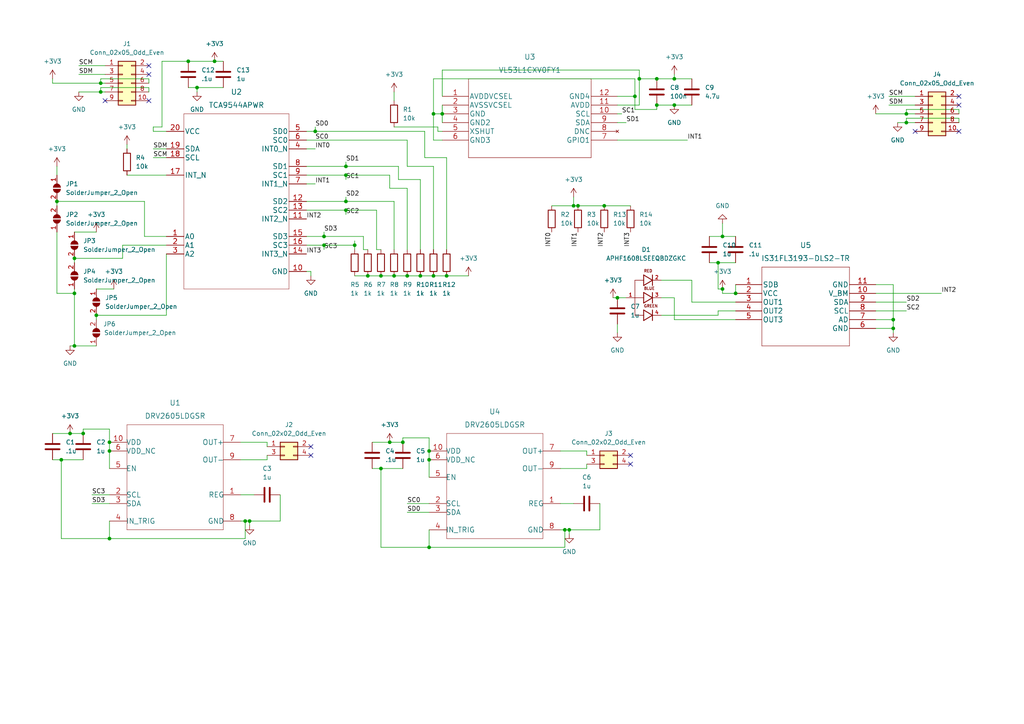
<source format=kicad_sch>
(kicad_sch (version 20211123) (generator eeschema)
  (paper "A4")
  (lib_symbols
    (symbol "Connector_Generic:Conn_02x02_Odd_Even" (pin_names (offset 1.016) hide)
      (property "Reference" "J" (at 1.27 2.54 0))
      (property "Value" "Conn_02x02_Odd_Even" (at 1.27 -5.08 0))
      (symbol "Conn_02x02_Odd_Even_1_1"
        (rectangle (start -1.27 -2.413) (end 0 -2.667) (stroke (width 0.1524)))
        (rectangle (start -1.27 0.127) (end 0 -0.127) (stroke (width 0.1524)))
        (rectangle (start -1.27 1.27) (end 3.81 -3.81) (stroke (width 0.254)) (fill (type background)))
        (rectangle (start 3.81 -2.413) (end 2.54 -2.667) (stroke (width 0.1524)))
        (rectangle (start 3.81 0.127) (end 2.54 -0.127) (stroke (width 0.1524)))
        (pin passive line (at -5.08 0 0) (length 3.81) (name "Pin_1") (number "1"))
        (pin passive line (at 7.62 0 180) (length 3.81) (name "Pin_2") (number "2"))
        (pin passive line (at -5.08 -2.54 0) (length 3.81) (name "Pin_3") (number "3"))
        (pin passive line (at 7.62 -2.54 180) (length 3.81) (name "Pin_4") (number "4"))
      )
    )
    (symbol "Connector_Generic:Conn_02x05_Odd_Even" (pin_names (offset 1.016) hide)
      (property "Reference" "J" (at 1.27 7.62 0))
      (property "Value" "Conn_02x05_Odd_Even" (at 1.27 -7.62 0))
      (symbol "Conn_02x05_Odd_Even_1_1"
        (rectangle (start -1.27 -4.953) (end 0 -5.207) (stroke (width 0.1524)))
        (rectangle (start -1.27 -2.413) (end 0 -2.667) (stroke (width 0.1524)))
        (rectangle (start -1.27 0.127) (end 0 -0.127) (stroke (width 0.1524)))
        (rectangle (start -1.27 2.667) (end 0 2.413) (stroke (width 0.1524)))
        (rectangle (start -1.27 5.207) (end 0 4.953) (stroke (width 0.1524)))
        (rectangle (start -1.27 6.35) (end 3.81 -6.35) (stroke (width 0.254)) (fill (type background)))
        (rectangle (start 3.81 -4.953) (end 2.54 -5.207) (stroke (width 0.1524)))
        (rectangle (start 3.81 -2.413) (end 2.54 -2.667) (stroke (width 0.1524)))
        (rectangle (start 3.81 0.127) (end 2.54 -0.127) (stroke (width 0.1524)))
        (rectangle (start 3.81 2.667) (end 2.54 2.413) (stroke (width 0.1524)))
        (rectangle (start 3.81 5.207) (end 2.54 4.953) (stroke (width 0.1524)))
        (pin passive line (at -5.08 5.08 0) (length 3.81) (name "Pin_1") (number "1"))
        (pin passive line (at 7.62 -5.08 180) (length 3.81) (name "Pin_10") (number "10"))
        (pin passive line (at 7.62 5.08 180) (length 3.81) (name "Pin_2") (number "2"))
        (pin passive line (at -5.08 2.54 0) (length 3.81) (name "Pin_3") (number "3"))
        (pin passive line (at 7.62 2.54 180) (length 3.81) (name "Pin_4") (number "4"))
        (pin passive line (at -5.08 0 0) (length 3.81) (name "Pin_5") (number "5"))
        (pin passive line (at 7.62 0 180) (length 3.81) (name "Pin_6") (number "6"))
        (pin passive line (at -5.08 -2.54 0) (length 3.81) (name "Pin_7") (number "7"))
        (pin passive line (at 7.62 -2.54 180) (length 3.81) (name "Pin_8") (number "8"))
        (pin passive line (at -5.08 -5.08 0) (length 3.81) (name "Pin_9") (number "9"))
      )
    )
    (symbol "Device:C" (pin_numbers hide) (pin_names (offset 0.254))
      (property "Reference" "C" (at 0.635 2.54 0))
      (property "Value" "C" (at 0.635 -2.54 0))
      (symbol "C_0_1"
        (polyline (pts (xy -2.032 -0.762) (xy 2.032 -0.762)) (stroke (width 0.508)))
        (polyline (pts (xy -2.032 0.762) (xy 2.032 0.762)) (stroke (width 0.508)))
      )
      (symbol "C_1_1"
        (pin passive line (at 0 3.81 270) (length 2.794) (name "~") (number "1"))
        (pin passive line (at 0 -3.81 90) (length 2.794) (name "~") (number "2"))
      )
    )
    (symbol "Device:R" (pin_numbers hide) (pin_names (offset 0))
      (property "Reference" "R" (at 2.032 0 90))
      (property "Value" "R" (at 0 0 90))
      (symbol "R_0_1"
        (rectangle (start -1.016 -2.54) (end 1.016 2.54) (stroke (width 0.254)))
      )
      (symbol "R_1_1"
        (pin passive line (at 0 3.81 270) (length 1.27) (name "~") (number "1"))
        (pin passive line (at 0 -3.81 90) (length 1.27) (name "~") (number "2"))
      )
    )
    (symbol "HapticDriver:DRV2605LDGSR" (pin_names (offset -0.254))
      (property "Reference" "U" (at 0 2.54 0))
      (property "Value" "DRV2605LDGSR" (at 0 0 0))
      (symbol "DRV2605LDGSR_1_1"
        (polyline (pts (xy -12.7 -15.24) (xy 15.24 -15.24)) (stroke (width 0.1016)))
        (polyline (pts (xy -12.7 15.24) (xy -12.7 -15.24)) (stroke (width 0.1016)))
        (polyline (pts (xy 15.24 -15.24) (xy 15.24 15.24)) (stroke (width 0.1016)))
        (polyline (pts (xy 15.24 15.24) (xy -12.7 15.24)) (stroke (width 0.1016)))
        (pin power_in line (at 20.32 -5.08 180) (length 5.08) (name "REG") (number "1"))
        (pin power_in line (at -17.78 10.16 0) (length 5.08) (name "VDD") (number "10"))
        (pin input line (at -17.78 -5.08 0) (length 5.08) (name "SCL") (number "2"))
        (pin bidirectional line (at -17.78 -7.62 0) (length 5.08) (name "SDA") (number "3"))
        (pin input line (at -17.78 -12.7 0) (length 5.08) (name "IN_TRIG") (number "4"))
        (pin input line (at -17.78 2.54 0) (length 5.08) (name "EN") (number "5"))
        (pin power_in line (at -17.78 7.62 0) (length 5.08) (name "VDD_NC") (number "6"))
        (pin output line (at 20.32 10.16 180) (length 5.08) (name "OUT+") (number "7"))
        (pin power_in line (at 20.32 -12.7 180) (length 5.08) (name "GND") (number "8"))
        (pin output line (at 20.32 5.08 180) (length 5.08) (name "OUT-") (number "9"))
      )
    )
    (symbol "I2CMultiplexor:TCA9544APWR" (pin_names (offset 0.254))
      (property "Reference" "U" (at 0 2.54 0))
      (property "Value" "TCA9544APWR" (at 0 0 0))
      (symbol "TCA9544APWR_1_1"
        (polyline (pts (xy -15.24 -25.4) (xy 15.24 -25.4)) (stroke (width 0.1016)))
        (polyline (pts (xy -15.24 25.4) (xy -15.24 -25.4)) (stroke (width 0.1016)))
        (polyline (pts (xy 15.24 -25.4) (xy 15.24 25.4)) (stroke (width 0.1016)))
        (polyline (pts (xy 15.24 25.4) (xy -15.24 25.4)) (stroke (width 0.1016)))
        (pin input line (at -20.32 -10.16 0) (length 5.08) (name "A0") (number "1"))
        (pin power_in line (at 20.32 -20.32 180) (length 5.08) (name "GND") (number "10"))
        (pin input line (at 20.32 -5.08 180) (length 5.08) (name "INT2_N") (number "11"))
        (pin bidirectional line (at 20.32 0 180) (length 5.08) (name "SD2") (number "12"))
        (pin output line (at 20.32 -2.54 180) (length 5.08) (name "SC2") (number "13"))
        (pin input line (at 20.32 -15.24 180) (length 5.08) (name "INT3_N") (number "14"))
        (pin bidirectional line (at 20.32 -10.16 180) (length 5.08) (name "SD3") (number "15"))
        (pin output line (at 20.32 -12.7 180) (length 5.08) (name "SC3") (number "16"))
        (pin output line (at -20.32 7.62 0) (length 5.08) (name "INT_N") (number "17"))
        (pin input line (at -20.32 12.7 0) (length 5.08) (name "SCL") (number "18"))
        (pin input line (at -20.32 15.24 0) (length 5.08) (name "SDA") (number "19"))
        (pin input line (at -20.32 -12.7 0) (length 5.08) (name "A1") (number "2"))
        (pin power_in line (at -20.32 20.32 0) (length 5.08) (name "VCC") (number "20"))
        (pin input line (at -20.32 -15.24 0) (length 5.08) (name "A2") (number "3"))
        (pin input line (at 20.32 15.24 180) (length 5.08) (name "INT0_N") (number "4"))
        (pin bidirectional line (at 20.32 20.32 180) (length 5.08) (name "SD0") (number "5"))
        (pin output line (at 20.32 17.78 180) (length 5.08) (name "SC0") (number "6"))
        (pin input line (at 20.32 5.08 180) (length 5.08) (name "INT1_N") (number "7"))
        (pin bidirectional line (at 20.32 10.16 180) (length 5.08) (name "SD1") (number "8"))
        (pin output line (at 20.32 7.62 180) (length 5.08) (name "SC1") (number "9"))
      )
    )
    (symbol "Jumper:SolderJumper_2_Open" (pin_names (offset 0) hide)
      (property "Reference" "JP" (at 0 2.032 0))
      (property "Value" "SolderJumper_2_Open" (at 0 -2.54 0))
      (symbol "SolderJumper_2_Open_0_1"
        (arc (start -0.254 1.016) (mid -1.27 0) (end -0.254 -1.016))
        (arc (start -0.254 1.016) (mid -1.27 0) (end -0.254 -1.016) (fill (type outline)))
        (polyline (pts (xy -0.254 1.016) (xy -0.254 -1.016)))
        (polyline (pts (xy 0.254 1.016) (xy 0.254 -1.016)))
        (arc (start 0.254 -1.016) (mid 1.27 0) (end 0.254 1.016))
        (arc (start 0.254 -1.016) (mid 1.27 0) (end 0.254 1.016) (fill (type outline)))
      )
      (symbol "SolderJumper_2_Open_1_1"
        (pin passive line (at -3.81 0 0) (length 2.54) (name "A") (number "1"))
        (pin passive line (at 3.81 0 180) (length 2.54) (name "B") (number "2"))
      )
    )
    (symbol "LED:APHF1608LSEEQBDZGKC" (pin_names (offset 1.016) hide)
      (property "Reference" "D" (at -2.54 8.89 0))
      (property "Value" "APHF1608LSEEQBDZGKC" (at -2.54 -7.62 0))
      (symbol "APHF1608LSEEQBDZGKC_0_0"
        (polyline (pts (xy -2.54 -5.08) (xy -2.54 0)) (stroke (width 0.1524)))
        (polyline (pts (xy -2.54 0) (xy -2.54 5.08)) (stroke (width 0.1524)))
        (polyline (pts (xy -2.54 0) (xy 0 0)) (stroke (width 0.1524)))
        (polyline (pts (xy -2.54 5.08) (xy 0 5.08)) (stroke (width 0.1524)))
        (polyline (pts (xy 0 -6.604) (xy 0 -5.08)) (stroke (width 0.254)))
        (polyline (pts (xy 0 -5.08) (xy -2.54 -5.08)) (stroke (width 0.1524)))
        (polyline (pts (xy 0 -5.08) (xy 0 -3.556)) (stroke (width 0.254)))
        (polyline (pts (xy 0 -3.556) (xy 2.54 -5.08)) (stroke (width 0.254)))
        (polyline (pts (xy 0 -1.524) (xy 0 0)) (stroke (width 0.254)))
        (polyline (pts (xy 0 0) (xy 0 1.524)) (stroke (width 0.254)))
        (polyline (pts (xy 0 1.524) (xy 2.54 0)) (stroke (width 0.254)))
        (polyline (pts (xy 0 3.556) (xy 0 5.08)) (stroke (width 0.254)))
        (polyline (pts (xy 0 5.08) (xy 0 6.604)) (stroke (width 0.254)))
        (polyline (pts (xy 0 6.604) (xy 2.54 5.08)) (stroke (width 0.254)))
        (polyline (pts (xy 2.54 -6.604) (xy 2.54 -3.556)) (stroke (width 0.254)))
        (polyline (pts (xy 2.54 -5.08) (xy 0 -6.604)) (stroke (width 0.254)))
        (polyline (pts (xy 2.54 -1.524) (xy 2.54 1.524)) (stroke (width 0.254)))
        (polyline (pts (xy 2.54 0) (xy 0 -1.524)) (stroke (width 0.254)))
        (polyline (pts (xy 2.54 3.556) (xy 2.54 6.604)) (stroke (width 0.254)))
        (polyline (pts (xy 2.54 5.08) (xy 0 3.556)) (stroke (width 0.254)))
        (text "BLUE" (at 0 2.2352 0) (effects (font (size 0.8128 0.8128)) (justify left bottom)))
        (text "GREEN" (at 0 -2.8702 0) (effects (font (size 0.8128 0.8128)) (justify left bottom)))
        (text "RED" (at 0 7.3152 0) (effects (font (size 0.8128 0.8128)) (justify left bottom)))
        (pin passive line (at -5.08 0 0) (length 2.54) (name "~") (number "1"))
        (pin passive line (at 5.08 5.08 180) (length 2.54) (name "~") (number "2"))
        (pin passive line (at 5.08 0 180) (length 2.54) (name "~") (number "3"))
        (pin passive line (at 5.08 -5.08 180) (length 2.54) (name "~") (number "4"))
      )
    )
    (symbol "LEDDriver:IS31FL3193-DLS2-TR" (pin_names (offset 0.254))
      (property "Reference" "U" (at 20.32 10.16 0))
      (property "Value" "IS31FL3193-DLS2-TR" (at 20.32 7.62 0))
      (symbol "IS31FL3193-DLS2-TR_1_1"
        (polyline (pts (xy 7.62 -17.78) (xy 33.02 -17.78)) (stroke (width 0.127)))
        (polyline (pts (xy 7.62 5.08) (xy 7.62 -17.78)) (stroke (width 0.127)))
        (polyline (pts (xy 33.02 -17.78) (xy 33.02 5.08)) (stroke (width 0.127)))
        (polyline (pts (xy 33.02 5.08) (xy 7.62 5.08)) (stroke (width 0.127)))
        (pin unspecified line (at 0 0 0) (length 7.62) (name "SDB") (number "1"))
        (pin output line (at 40.64 -2.54 180) (length 7.62) (name "V_BM") (number "10"))
        (pin power_in line (at 40.64 0 180) (length 7.62) (name "GND") (number "11"))
        (pin power_in line (at 0 -2.54 0) (length 7.62) (name "VCC") (number "2"))
        (pin output line (at 0 -5.08 0) (length 7.62) (name "OUT1") (number "3"))
        (pin output line (at 0 -7.62 0) (length 7.62) (name "OUT2") (number "4"))
        (pin output line (at 0 -10.16 0) (length 7.62) (name "OUT3") (number "5"))
        (pin power_in line (at 40.64 -12.7 180) (length 7.62) (name "GND") (number "6"))
        (pin unspecified line (at 40.64 -10.16 180) (length 7.62) (name "AD") (number "7"))
        (pin unspecified line (at 40.64 -7.62 180) (length 7.62) (name "SCL") (number "8"))
        (pin unspecified line (at 40.64 -5.08 180) (length 7.62) (name "SDA") (number "9"))
      )
    )
    (symbol "TOF:VL53L1CXV0FY1" (pin_names (offset 0.254))
      (property "Reference" "U" (at 25.4 10.16 0))
      (property "Value" "VL53L1CXV0FY/1" (at 25.4 7.62 0))
      (symbol "VL53L1CXV0FY1_1_1"
        (polyline (pts (xy 7.62 -17.78) (xy 43.18 -17.78)) (stroke (width 0.127)))
        (polyline (pts (xy 7.62 5.08) (xy 7.62 -17.78)) (stroke (width 0.127)))
        (polyline (pts (xy 43.18 -17.78) (xy 43.18 5.08)) (stroke (width 0.127)))
        (polyline (pts (xy 43.18 5.08) (xy 7.62 5.08)) (stroke (width 0.127)))
        (pin power_in line (at 0 0 0) (length 7.62) (name "AVDDVCSEL") (number "1"))
        (pin input line (at 50.8 -5.08 180) (length 7.62) (name "SCL") (number "10"))
        (pin power_in line (at 50.8 -2.54 180) (length 7.62) (name "AVDD") (number "11"))
        (pin power_in line (at 50.8 0 180) (length 7.62) (name "GND4") (number "12"))
        (pin power_in line (at 0 -2.54 0) (length 7.62) (name "AVSSVCSEL") (number "2"))
        (pin power_in line (at 0 -5.08 0) (length 7.62) (name "GND") (number "3"))
        (pin power_in line (at 0 -7.62 0) (length 7.62) (name "GND2") (number "4"))
        (pin input line (at 0 -10.16 0) (length 7.62) (name "XSHUT") (number "5"))
        (pin power_in line (at 0 -12.7 0) (length 7.62) (name "GND3") (number "6"))
        (pin bidirectional line (at 50.8 -12.7 180) (length 7.62) (name "GPIO1") (number "7"))
        (pin no_connect line (at 50.8 -10.16 180) (length 7.62) (name "DNC") (number "8"))
        (pin bidirectional line (at 50.8 -7.62 180) (length 7.62) (name "SDA") (number "9"))
      )
    )
    (symbol "power:+3.3V" (power) (pin_names (offset 0))
      (property "Value" "+3.3V" (at 0 3.556 0))
      (symbol "+3.3V_0_1"
        (polyline (pts (xy -0.762 1.27) (xy 0 2.54)))
        (polyline (pts (xy 0 0) (xy 0 2.54)))
        (polyline (pts (xy 0 2.54) (xy 0.762 1.27)))
      )
      (symbol "+3.3V_1_1"
        (pin power_in line (at 0 0 90) (length 0) hide (name "+3V3") (number "1"))
      )
    )
    (symbol "power:GND" (power) (pin_names (offset 0))
      (property "Value" "GND" (at 0 -3.81 0))
      (symbol "GND_0_1"
        (polyline (pts (xy 0 0) (xy 0 -1.27) (xy 1.27 -1.27) (xy 0 -2.54) (xy -1.27 -1.27) (xy 0 -1.27)))
      )
      (symbol "GND_1_1"
        (pin power_in line (at 0 0 270) (length 0) hide (name "GND") (number "1"))
      )
    )
  )
  (junction (at 20.32 125.73))
  (junction (at 118.11 80.01))
  (junction (at 165.1 153.67))
  (junction (at 54.61 17.78))
  (junction (at 125.73 80.01))
  (junction (at 175.26 59.69))
  (junction (at 110.49 135.89))
  (junction (at 27.94 91.44))
  (junction (at 57.15 25.4))
  (junction (at 262.89 33.02))
  (junction (at 166.37 59.69))
  (junction (at 185.42 22.86))
  (junction (at 31.75 128.27))
  (junction (at 125.73 33.02))
  (junction (at 116.84 128.27))
  (junction (at 167.64 59.69))
  (junction (at 93.98 71.12))
  (junction (at 31.75 156.21))
  (junction (at 190.5 22.86))
  (junction (at 259.08 95.25))
  (junction (at 114.3 80.01))
  (junction (at 29.21 26.67))
  (junction (at 208.28 76.2))
  (junction (at 121.92 80.01))
  (junction (at 195.58 22.86))
  (junction (at 124.46 133.35))
  (junction (at 93.98 68.58))
  (junction (at 100.33 50.8))
  (junction (at 124.46 130.81))
  (junction (at 102.87 71.12))
  (junction (at 72.39 151.13))
  (junction (at 163.83 153.67))
  (junction (at 24.13 125.73))
  (junction (at 262.89 35.56))
  (junction (at 71.12 151.13))
  (junction (at 213.36 85.09))
  (junction (at 100.33 58.42))
  (junction (at 128.27 33.02))
  (junction (at 100.33 60.96))
  (junction (at 184.15 27.94))
  (junction (at 259.08 92.71))
  (junction (at 100.33 48.26))
  (junction (at 209.55 68.58))
  (junction (at 190.5 30.48))
  (junction (at 110.49 80.01))
  (junction (at 179.07 86.36))
  (junction (at 16.51 58.42))
  (junction (at 209.55 83.82))
  (junction (at 62.23 17.78))
  (junction (at 31.75 130.81))
  (junction (at 91.44 38.1))
  (junction (at 106.68 80.01))
  (junction (at 129.54 80.01))
  (junction (at 113.03 128.27))
  (junction (at 29.21 24.13))
  (junction (at 21.59 85.09))
  (junction (at 17.78 133.35))
  (junction (at 124.46 158.75))
  (junction (at 21.59 100.33))
  (junction (at 195.58 30.48))
  (junction (at 21.59 74.93))
  (no_connect (at 90.17 129.54))
  (no_connect (at 90.17 132.08))
  (no_connect (at 182.88 132.08))
  (no_connect (at 182.88 134.62))
  (no_connect (at 43.18 19.05))
  (no_connect (at 30.48 29.21))
  (no_connect (at 43.18 21.59))
  (no_connect (at 43.18 29.21))
  (no_connect (at 265.43 38.1))
  (no_connect (at 278.13 27.94))
  (no_connect (at 278.13 30.48))
  (no_connect (at 278.13 38.1))
  (wire (pts (xy 31.75 130.81) (xy 31.75 135.89)))
  (wire (pts (xy 200.66 81.28) (xy 200.66 87.63)))
  (wire (pts (xy 15.24 24.13) (xy 15.24 22.86)))
  (wire (pts (xy 41.91 58.42) (xy 16.51 58.42)))
  (wire (pts (xy 125.73 40.64) (xy 125.73 33.02)))
  (wire (pts (xy 116.84 127) (xy 116.84 128.27)))
  (wire (pts (xy 208.28 76.2) (xy 213.36 76.2)))
  (wire (pts (xy 113.03 50.8) (xy 113.03 54.61)))
  (wire (pts (xy 30.48 24.13) (xy 29.21 24.13)))
  (wire (pts (xy 195.58 86.36) (xy 195.58 92.71)))
  (wire (pts (xy 166.37 57.15) (xy 166.37 59.69)))
  (wire (pts (xy 184.15 31.75) (xy 190.5 31.75)))
  (wire (pts (xy 121.92 52.07) (xy 121.92 72.39)))
  (wire (pts (xy 102.87 71.12) (xy 102.87 69.85)))
  (wire (pts (xy 106.68 80.01) (xy 110.49 80.01)))
  (wire (pts (xy 129.54 45.72) (xy 129.54 72.39)))
  (wire (pts (xy 93.98 71.12) (xy 93.98 72.39)))
  (wire (pts (xy 16.51 48.26) (xy 16.51 50.8)))
  (wire (pts (xy 27.94 91.44) (xy 27.94 92.71)))
  (wire (pts (xy 105.41 72.39) (xy 106.68 72.39)))
  (wire (pts (xy 100.33 60.96) (xy 100.33 62.23)))
  (wire (pts (xy 88.9 50.8) (xy 100.33 50.8)))
  (wire (pts (xy 262.89 34.29) (xy 262.89 35.56)))
  (wire (pts (xy 115.57 52.07) (xy 121.92 52.07)))
  (wire (pts (xy 118.11 40.64) (xy 118.11 48.26)))
  (wire (pts (xy 124.46 133.35) (xy 124.46 138.43)))
  (wire (pts (xy 127 38.1) (xy 128.27 38.1)))
  (wire (pts (xy 177.8 86.36) (xy 179.07 86.36)))
  (wire (pts (xy 20.32 125.73) (xy 24.13 125.73)))
  (wire (pts (xy 262.89 35.56) (xy 260.35 35.56)))
  (wire (pts (xy 259.08 92.71) (xy 259.08 95.25)))
  (wire (pts (xy 21.59 74.93) (xy 35.56 74.93)))
  (wire (pts (xy 22.86 26.67) (xy 29.21 26.67)))
  (wire (pts (xy 209.55 64.77) (xy 209.55 68.58)))
  (wire (pts (xy 118.11 146.05) (xy 124.46 146.05)))
  (wire (pts (xy 125.73 80.01) (xy 129.54 80.01)))
  (wire (pts (xy 278.13 31.75) (xy 262.89 31.75)))
  (wire (pts (xy 262.89 31.75) (xy 262.89 33.02)))
  (wire (pts (xy 20.32 100.33) (xy 21.59 100.33)))
  (wire (pts (xy 165.1 153.67) (xy 165.1 154.94)))
  (wire (pts (xy 43.18 24.13) (xy 43.18 22.86)))
  (wire (pts (xy 179.07 86.36) (xy 181.61 86.36)))
  (wire (pts (xy 21.59 67.31) (xy 27.94 67.31)))
  (wire (pts (xy 29.21 22.86) (xy 29.21 24.13)))
  (wire (pts (xy 128.27 20.32) (xy 185.42 20.32)))
  (wire (pts (xy 209.55 85.09) (xy 209.55 83.82)))
  (wire (pts (xy 16.51 67.31) (xy 16.51 85.09)))
  (wire (pts (xy 195.58 21.59) (xy 195.58 22.86)))
  (wire (pts (xy 118.11 54.61) (xy 118.11 72.39)))
  (wire (pts (xy 254 82.55) (xy 259.08 82.55)))
  (wire (pts (xy 102.87 71.12) (xy 102.87 72.39)))
  (wire (pts (xy 29.21 26.67) (xy 30.48 26.67)))
  (wire (pts (xy 48.26 38.1) (xy 44.45 38.1)))
  (wire (pts (xy 128.27 33.02) (xy 128.27 35.56)))
  (wire (pts (xy 185.42 20.32) (xy 185.42 22.86)))
  (wire (pts (xy 88.9 38.1) (xy 91.44 38.1)))
  (wire (pts (xy 163.83 153.67) (xy 165.1 153.67)))
  (wire (pts (xy 115.57 48.26) (xy 115.57 52.07)))
  (wire (pts (xy 100.33 57.15) (xy 100.33 58.42)))
  (wire (pts (xy 162.56 146.05) (xy 166.37 146.05)))
  (wire (pts (xy 118.11 48.26) (xy 125.73 48.26)))
  (wire (pts (xy 254 87.63) (xy 262.89 87.63)))
  (wire (pts (xy 110.49 135.89) (xy 116.84 135.89)))
  (wire (pts (xy 124.46 130.81) (xy 124.46 133.35)))
  (wire (pts (xy 125.73 48.26) (xy 125.73 72.39)))
  (wire (pts (xy 163.83 158.75) (xy 163.83 153.67)))
  (wire (pts (xy 91.44 38.1) (xy 91.44 36.83)))
  (wire (pts (xy 124.46 153.67) (xy 124.46 158.75)))
  (wire (pts (xy 205.74 68.58) (xy 209.55 68.58)))
  (wire (pts (xy 205.74 76.2) (xy 208.28 76.2)))
  (wire (pts (xy 114.3 58.42) (xy 114.3 72.39)))
  (wire (pts (xy 100.33 50.8) (xy 113.03 50.8)))
  (wire (pts (xy 125.73 33.02) (xy 128.27 33.02)))
  (wire (pts (xy 29.21 25.4) (xy 29.21 26.67)))
  (wire (pts (xy 44.45 36.83) (xy 46.99 36.83)))
  (wire (pts (xy 118.11 80.01) (xy 121.92 80.01)))
  (wire (pts (xy 209.55 68.58) (xy 213.36 68.58)))
  (wire (pts (xy 173.99 146.05) (xy 173.99 153.67)))
  (wire (pts (xy 166.37 59.69) (xy 167.64 59.69)))
  (wire (pts (xy 93.98 67.31) (xy 93.98 68.58)))
  (wire (pts (xy 29.21 24.13) (xy 15.24 24.13)))
  (wire (pts (xy 88.9 71.12) (xy 93.98 71.12)))
  (wire (pts (xy 118.11 148.59) (xy 124.46 148.59)))
  (wire (pts (xy 162.56 130.81) (xy 170.18 130.81)))
  (wire (pts (xy 81.28 143.51) (xy 81.28 151.13)))
  (wire (pts (xy 44.45 38.1) (xy 44.45 36.83)))
  (wire (pts (xy 254 95.25) (xy 259.08 95.25)))
  (wire (pts (xy 21.59 83.82) (xy 21.59 85.09)))
  (wire (pts (xy 54.61 25.4) (xy 57.15 25.4)))
  (wire (pts (xy 109.22 72.39) (xy 109.22 60.96)))
  (wire (pts (xy 185.42 30.48) (xy 185.42 22.86)))
  (wire (pts (xy 31.75 128.27) (xy 31.75 130.81)))
  (wire (pts (xy 114.3 26.67) (xy 114.3 29.21)))
  (wire (pts (xy 15.24 125.73) (xy 20.32 125.73)))
  (wire (pts (xy 191.77 91.44) (xy 208.28 91.44)))
  (wire (pts (xy 16.51 85.09) (xy 21.59 85.09)))
  (wire (pts (xy 254 92.71) (xy 259.08 92.71)))
  (wire (pts (xy 57.15 25.4) (xy 64.77 25.4)))
  (wire (pts (xy 262.89 33.02) (xy 265.43 33.02)))
  (wire (pts (xy 31.75 156.21) (xy 71.12 156.21)))
  (wire (pts (xy 124.46 127) (xy 116.84 127)))
  (wire (pts (xy 35.56 71.12) (xy 35.56 74.93)))
  (wire (pts (xy 179.07 35.56) (xy 181.61 35.56)))
  (wire (pts (xy 22.86 21.59) (xy 30.48 21.59)))
  (wire (pts (xy 100.33 50.8) (xy 100.33 52.07)))
  (wire (pts (xy 208.28 91.44) (xy 208.28 90.17)))
  (wire (pts (xy 88.9 60.96) (xy 100.33 60.96)))
  (wire (pts (xy 15.24 133.35) (xy 17.78 133.35)))
  (wire (pts (xy 191.77 81.28) (xy 200.66 81.28)))
  (wire (pts (xy 259.08 82.55) (xy 259.08 92.71)))
  (wire (pts (xy 110.49 135.89) (xy 110.49 158.75)))
  (wire (pts (xy 22.86 19.05) (xy 30.48 19.05)))
  (wire (pts (xy 175.26 59.69) (xy 182.88 59.69)))
  (wire (pts (xy 77.47 133.35) (xy 77.47 132.08)))
  (wire (pts (xy 69.85 151.13) (xy 71.12 151.13)))
  (wire (pts (xy 254 90.17) (xy 262.89 90.17)))
  (wire (pts (xy 184.15 22.86) (xy 125.73 22.86)))
  (wire (pts (xy 36.83 50.8) (xy 48.26 50.8)))
  (wire (pts (xy 90.17 78.74) (xy 90.17 80.01)))
  (wire (pts (xy 167.64 59.69) (xy 175.26 59.69)))
  (wire (pts (xy 26.67 143.51) (xy 31.75 143.51)))
  (wire (pts (xy 123.19 45.72) (xy 129.54 45.72)))
  (wire (pts (xy 93.98 68.58) (xy 105.41 68.58)))
  (wire (pts (xy 24.13 124.46) (xy 24.13 125.73)))
  (wire (pts (xy 41.91 68.58) (xy 41.91 58.42)))
  (wire (pts (xy 278.13 35.56) (xy 278.13 34.29)))
  (wire (pts (xy 278.13 33.02) (xy 278.13 31.75)))
  (wire (pts (xy 26.67 146.05) (xy 31.75 146.05)))
  (wire (pts (xy 27.94 91.44) (xy 48.26 91.44)))
  (wire (pts (xy 128.27 27.94) (xy 128.27 20.32)))
  (wire (pts (xy 77.47 128.27) (xy 77.47 129.54)))
  (wire (pts (xy 88.9 43.18) (xy 91.44 43.18)))
  (wire (pts (xy 43.18 22.86) (xy 29.21 22.86)))
  (wire (pts (xy 179.07 27.94) (xy 184.15 27.94)))
  (wire (pts (xy 179.07 33.02) (xy 180.34 33.02)))
  (wire (pts (xy 162.56 135.89) (xy 170.18 135.89)))
  (wire (pts (xy 190.5 30.48) (xy 195.58 30.48)))
  (wire (pts (xy 93.98 71.12) (xy 102.87 71.12)))
  (wire (pts (xy 88.9 40.64) (xy 118.11 40.64)))
  (wire (pts (xy 121.92 80.01) (xy 125.73 80.01)))
  (wire (pts (xy 62.23 17.78) (xy 64.77 17.78)))
  (wire (pts (xy 91.44 38.1) (xy 123.19 38.1)))
  (wire (pts (xy 179.07 40.64) (xy 199.39 40.64)))
  (wire (pts (xy 16.51 58.42) (xy 16.51 59.69)))
  (wire (pts (xy 72.39 151.13) (xy 72.39 152.4)))
  (wire (pts (xy 46.99 36.83) (xy 46.99 17.78)))
  (wire (pts (xy 54.61 17.78) (xy 62.23 17.78)))
  (wire (pts (xy 109.22 72.39) (xy 110.49 72.39)))
  (wire (pts (xy 265.43 35.56) (xy 262.89 35.56)))
  (wire (pts (xy 124.46 158.75) (xy 163.83 158.75)))
  (wire (pts (xy 44.45 43.18) (xy 48.26 43.18)))
  (wire (pts (xy 128.27 40.64) (xy 125.73 40.64)))
  (wire (pts (xy 21.59 74.93) (xy 21.59 76.2)))
  (wire (pts (xy 88.9 68.58) (xy 93.98 68.58)))
  (wire (pts (xy 110.49 158.75) (xy 124.46 158.75)))
  (wire (pts (xy 100.33 48.26) (xy 115.57 48.26)))
  (wire (pts (xy 254 85.09) (xy 273.05 85.09)))
  (wire (pts (xy 31.75 128.27) (xy 31.75 124.46)))
  (wire (pts (xy 213.36 82.55) (xy 213.36 85.09)))
  (wire (pts (xy 259.08 95.25) (xy 259.08 96.52)))
  (wire (pts (xy 44.45 45.72) (xy 48.26 45.72)))
  (wire (pts (xy 48.26 73.66) (xy 48.26 91.44)))
  (wire (pts (xy 257.81 30.48) (xy 265.43 30.48)))
  (wire (pts (xy 31.75 124.46) (xy 24.13 124.46)))
  (wire (pts (xy 114.3 36.83) (xy 127 36.83)))
  (wire (pts (xy 88.9 58.42) (xy 100.33 58.42)))
  (wire (pts (xy 179.07 30.48) (xy 185.42 30.48)))
  (wire (pts (xy 71.12 151.13) (xy 72.39 151.13)))
  (wire (pts (xy 127 36.83) (xy 127 38.1)))
  (wire (pts (xy 69.85 133.35) (xy 77.47 133.35)))
  (wire (pts (xy 113.03 128.27) (xy 116.84 128.27)))
  (wire (pts (xy 57.15 25.4) (xy 57.15 26.67)))
  (wire (pts (xy 170.18 135.89) (xy 170.18 134.62)))
  (wire (pts (xy 114.3 80.01) (xy 118.11 80.01)))
  (wire (pts (xy 124.46 130.81) (xy 124.46 127)))
  (wire (pts (xy 190.5 31.75) (xy 190.5 30.48)))
  (wire (pts (xy 208.28 90.17) (xy 213.36 90.17)))
  (wire (pts (xy 185.42 22.86) (xy 190.5 22.86)))
  (wire (pts (xy 129.54 80.01) (xy 135.89 80.01)))
  (wire (pts (xy 195.58 92.71) (xy 213.36 92.71)))
  (wire (pts (xy 31.75 151.13) (xy 31.75 156.21)))
  (wire (pts (xy 69.85 128.27) (xy 77.47 128.27)))
  (wire (pts (xy 184.15 27.94) (xy 184.15 31.75)))
  (wire (pts (xy 195.58 30.48) (xy 200.66 30.48)))
  (wire (pts (xy 173.99 153.67) (xy 165.1 153.67)))
  (wire (pts (xy 128.27 30.48) (xy 128.27 33.02)))
  (wire (pts (xy 208.28 76.2) (xy 208.28 83.82)))
  (wire (pts (xy 46.99 17.78) (xy 54.61 17.78)))
  (wire (pts (xy 100.33 60.96) (xy 109.22 60.96)))
  (wire (pts (xy 88.9 53.34) (xy 91.44 53.34)))
  (wire (pts (xy 123.19 38.1) (xy 123.19 45.72)))
  (wire (pts (xy 43.18 26.67) (xy 43.18 25.4)))
  (wire (pts (xy 213.36 85.09) (xy 209.55 85.09)))
  (wire (pts (xy 69.85 143.51) (xy 73.66 143.51)))
  (wire (pts (xy 179.07 93.98) (xy 179.07 96.52)))
  (wire (pts (xy 107.95 135.89) (xy 110.49 135.89)))
  (wire (pts (xy 27.94 83.82) (xy 33.02 83.82)))
  (wire (pts (xy 21.59 100.33) (xy 27.94 100.33)))
  (wire (pts (xy 100.33 46.99) (xy 100.33 48.26)))
  (wire (pts (xy 107.95 128.27) (xy 113.03 128.27)))
  (wire (pts (xy 88.9 78.74) (xy 90.17 78.74)))
  (wire (pts (xy 254 33.02) (xy 262.89 33.02)))
  (wire (pts (xy 36.83 41.91) (xy 36.83 43.18)))
  (wire (pts (xy 48.26 68.58) (xy 41.91 68.58)))
  (wire (pts (xy 21.59 85.09) (xy 21.59 100.33)))
  (wire (pts (xy 160.02 59.69) (xy 166.37 59.69)))
  (wire (pts (xy 100.33 58.42) (xy 114.3 58.42)))
  (wire (pts (xy 125.73 22.86) (xy 125.73 33.02)))
  (wire (pts (xy 88.9 48.26) (xy 100.33 48.26)))
  (wire (pts (xy 81.28 151.13) (xy 72.39 151.13)))
  (wire (pts (xy 17.78 133.35) (xy 17.78 156.21)))
  (wire (pts (xy 105.41 68.58) (xy 105.41 72.39)))
  (wire (pts (xy 195.58 22.86) (xy 200.66 22.86)))
  (wire (pts (xy 200.66 87.63) (xy 213.36 87.63)))
  (wire (pts (xy 190.5 22.86) (xy 195.58 22.86)))
  (wire (pts (xy 71.12 156.21) (xy 71.12 151.13)))
  (wire (pts (xy 17.78 133.35) (xy 24.13 133.35)))
  (wire (pts (xy 209.55 83.82) (xy 208.28 83.82)))
  (wire (pts (xy 184.15 27.94) (xy 184.15 22.86)))
  (wire (pts (xy 102.87 80.01) (xy 106.68 80.01)))
  (wire (pts (xy 162.56 153.67) (xy 163.83 153.67)))
  (wire (pts (xy 17.78 156.21) (xy 31.75 156.21)))
  (wire (pts (xy 278.13 34.29) (xy 262.89 34.29)))
  (wire (pts (xy 170.18 130.81) (xy 170.18 132.08)))
  (wire (pts (xy 191.77 86.36) (xy 195.58 86.36)))
  (wire (pts (xy 257.81 27.94) (xy 265.43 27.94)))
  (wire (pts (xy 43.18 25.4) (xy 29.21 25.4)))
  (wire (pts (xy 113.03 54.61) (xy 118.11 54.61)))
  (wire (pts (xy 48.26 71.12) (xy 35.56 71.12)))
  (wire (pts (xy 110.49 80.01) (xy 114.3 80.01)))
  (label "SD0" (at 118.11 148.59 0))
  (label "SD3" (at 26.67 146.05 0))
  (label "SDM" (at 22.86 21.59 0))
  (label "SD1" (at 181.61 35.56 0))
  (label "INT1" (at 167.64 67.31 270))
  (label "INT2" (at 175.26 67.31 270))
  (label "SDM" (at 257.81 30.48 0))
  (label "INT3" (at 88.9 73.66 0))
  (label "INT0" (at 91.44 43.18 0))
  (label "INT2" (at 273.05 85.09 0))
  (label "SC1" (at 180.34 33.02 0))
  (label "INT1" (at 199.39 40.64 0))
  (label "SC3" (at 93.98 72.39 0))
  (label "SD3" (at 93.98 67.31 0))
  (label "SCM" (at 44.45 45.72 0))
  (label "SC0" (at 91.44 40.64 0))
  (label "SC3" (at 26.67 143.51 0))
  (label "SC2" (at 100.33 62.23 0))
  (label "SD0" (at 91.44 36.83 0))
  (label "SCM" (at 257.81 27.94 0))
  (label "SC0" (at 118.11 146.05 0))
  (label "SD1" (at 100.33 46.99 0))
  (label "SC2" (at 262.89 90.17 0))
  (label "INT2" (at 88.9 63.5 0))
  (label "SC1" (at 100.33 52.07 0))
  (label "INT0" (at 160.02 67.31 270))
  (label "SD2" (at 100.33 57.15 0))
  (label "INT3" (at 182.88 67.31 270))
  (label "INT1" (at 91.44 53.34 0))
  (label "SDM" (at 44.45 43.18 0))
  (label "SD2" (at 262.89 87.63 0))
  (label "SCM" (at 22.86 19.05 0))
  (symbol (lib_id "power:GND") (at 209.55 64.77 180) (unit 1)
    (property "Reference" "#PWR0118" (effects hide))
    (property "Value" "GND" (at 209.55 59.69 0))
  )
  (symbol (lib_id "Device:C") (at 190.5 26.67 0) (unit 1)
    (property "Reference" "C8" (at 194.31 25.3999 0) (effects (justify left)))
    (property "Value" "100n" (at 194.31 27.9399 0) (effects (justify left)))
    (property "Footprint" "Capacitor_SMD:C_0805_2012Metric_Pad1.18x1.45mm_HandSolder" (effects hide))
  )
  (symbol (lib_id "Jumper:SolderJumper_2_Open") (at 21.59 80.01 90) (unit 1)
    (property "Reference" "JP4" (at 24.13 78.7399 90) (effects (justify right)))
    (property "Value" "SolderJumper_2_Open" (at 24.13 81.2799 90) (effects (justify right)))
    (property "Footprint" "Jumper:SolderJumper-2_P1.3mm_Open_TrianglePad1.0x1.5mm" (effects hide))
  )
  (symbol (lib_id "Connector_Generic:Conn_02x02_Odd_Even") (at 175.26 132.08 0) (unit 1)
    (property "Reference" "J3" (at 176.53 125.73 0))
    (property "Value" "Conn_02x02_Odd_Even" (at 176.53 128.27 0))
    (property "Footprint" "Connector_PinHeader_2.54mm:PinHeader_2x02_P2.54mm_Vertical" (effects hide))
  )
  (symbol (lib_id "Device:R") (at 114.3 76.2 0) (unit 1)
    (property "Reference" "R8" (at 113.03 82.55 0) (effects (justify left)))
    (property "Value" "1k" (at 113.03 85.09 0) (effects (justify left)))
    (property "Footprint" "Resistor_SMD:R_0603_1608Metric_Pad0.98x0.95mm_HandSolder" (effects hide))
  )
  (symbol (lib_id "Jumper:SolderJumper_2_Open") (at 21.59 71.12 270) (unit 1)
    (property "Reference" "JP3" (at 24.13 69.8499 90) (effects (justify left)))
    (property "Value" "SolderJumper_2_Open" (at 24.13 72.3899 90) (effects (justify left)))
    (property "Footprint" "Jumper:SolderJumper-2_P1.3mm_Open_TrianglePad1.0x1.5mm" (effects hide))
  )
  (symbol (lib_id "power:GND") (at 90.17 80.01 0) (unit 1)
    (property "Reference" "#PWR0113" (effects hide))
    (property "Value" "GND" (at 90.17 85.09 0))
  )
  (symbol (lib_id "Device:C") (at 15.24 129.54 0) (unit 1)
    (property "Reference" "C1" (at 19.05 128.2699 0) (effects (justify left)))
    (property "Value" ".1u" (at 19.05 130.8099 0) (effects (justify left)))
    (property "Footprint" "Capacitor_SMD:C_0805_2012Metric_Pad1.18x1.45mm_HandSolder" (effects hide))
  )
  (symbol (lib_id "power:GND") (at 179.07 96.52 0) (unit 1)
    (property "Reference" "#PWR0114" (effects hide))
    (property "Value" "GND" (at 179.07 101.6 0))
  )
  (symbol (lib_id "TOF:VL53L1CXV0FY1") (at 128.27 27.94 0) (unit 1)
    (property "Reference" "U3" (at 153.67 16.51 0) (effects (font (size 1.524 1.524))))
    (property "Value" "VL53L1CXV0FY1" (at 153.67 20.32 0) (effects (font (size 1.524 1.524))))
    (property "Footprint" "TOF:VL53L1CXV0FY&slash_1" (effects hide))
  )
  (symbol (lib_id "power:+3.3V") (at 62.23 17.78 0) (unit 1)
    (property "Reference" "#PWR0105" (effects hide))
    (property "Value" "+3.3V" (at 62.23 12.7 0))
  )
  (symbol (lib_id "power:+3.3V") (at 135.89 80.01 0) (unit 1)
    (property "Reference" "#PWR0112" (effects hide))
    (property "Value" "+3.3V" (at 135.89 74.93 0))
  )
  (symbol (lib_id "Device:C") (at 116.84 132.08 0) (unit 1)
    (property "Reference" "C5" (at 120.65 130.8099 0) (effects (justify left)))
    (property "Value" "1u" (at 120.65 133.3499 0) (effects (justify left)))
    (property "Footprint" "Capacitor_SMD:C_0805_2012Metric_Pad1.18x1.45mm_HandSolder" (effects hide))
  )
  (symbol (lib_id "power:+3.3V") (at 36.83 41.91 0) (unit 1)
    (property "Reference" "#PWR01" (effects hide))
    (property "Value" "+3.3V" (at 36.83 36.83 0))
  )
  (symbol (lib_id "power:+3.3V") (at 195.58 21.59 0) (unit 1)
    (property "Reference" "#PWR0120" (effects hide))
    (property "Value" "+3.3V" (at 195.58 16.51 0))
  )
  (symbol (lib_id "Device:R") (at 102.87 76.2 0) (unit 1)
    (property "Reference" "R5" (at 101.6 82.55 0) (effects (justify left)))
    (property "Value" "1k" (at 101.6 85.09 0) (effects (justify left)))
    (property "Footprint" "Resistor_SMD:R_0603_1608Metric_Pad0.98x0.95mm_HandSolder" (effects hide))
  )
  (symbol (lib_id "Connector_Generic:Conn_02x02_Odd_Even") (at 82.55 129.54 0) (unit 1)
    (property "Reference" "J2" (at 83.82 123.19 0))
    (property "Value" "Conn_02x02_Odd_Even" (at 83.82 125.73 0))
    (property "Footprint" "Connector_PinHeader_2.54mm:PinHeader_2x02_P2.54mm_Vertical" (effects hide))
  )
  (symbol (lib_id "Device:C") (at 24.13 129.54 0) (unit 1)
    (property "Reference" "C2" (at 27.94 128.2699 0) (effects (justify left)))
    (property "Value" "1u" (at 27.94 130.8099 0) (effects (justify left)))
    (property "Footprint" "Capacitor_SMD:C_0805_2012Metric_Pad1.18x1.45mm_HandSolder" (effects hide))
  )
  (symbol (lib_id "power:+3.3V") (at 27.94 67.31 0) (unit 1)
    (property "Reference" "#PWR0109" (effects hide))
    (property "Value" "+3.3V" (at 27.94 62.23 0))
  )
  (symbol (lib_id "Device:R") (at 36.83 46.99 0) (unit 1)
    (property "Reference" "R4" (at 39.37 45.7199 0) (effects (justify left)))
    (property "Value" "10k" (at 39.37 48.2599 0) (effects (justify left)))
    (property "Footprint" "Resistor_SMD:R_0603_1608Metric_Pad0.98x0.95mm_HandSolder" (effects hide))
  )
  (symbol (lib_id "Device:C") (at 205.74 72.39 0) (unit 1)
    (property "Reference" "C10" (at 209.55 71.1199 0) (effects (justify left)))
    (property "Value" "1u" (at 209.55 73.6599 0) (effects (justify left)))
    (property "Footprint" "Capacitor_SMD:C_0805_2012Metric_Pad1.18x1.45mm_HandSolder" (effects hide))
  )
  (symbol (lib_id "Device:C") (at 200.66 26.67 0) (unit 1)
    (property "Reference" "C9" (at 204.47 25.3999 0) (effects (justify left)))
    (property "Value" "4.7u" (at 204.47 27.9399 0) (effects (justify left)))
    (property "Footprint" "Capacitor_SMD:C_0805_2012Metric_Pad1.18x1.45mm_HandSolder" (effects hide))
  )
  (symbol (lib_id "power:+3.3V") (at 166.37 57.15 0) (mirror y) (unit 1)
    (property "Reference" "#PWR02" (effects hide))
    (property "Value" "+3.3V" (at 166.37 52.07 0))
  )
  (symbol (lib_id "Device:C") (at 213.36 72.39 0) (unit 1)
    (property "Reference" "C11" (at 217.17 71.1199 0) (effects (justify left)))
    (property "Value" ".1u" (at 217.17 73.6599 0) (effects (justify left)))
    (property "Footprint" "Capacitor_SMD:C_0805_2012Metric_Pad1.18x1.45mm_HandSolder" (effects hide))
  )
  (symbol (lib_id "I2CMultiplexor:TCA9544APWR") (at 68.58 58.42 0) (unit 1)
    (property "Reference" "U2" (at 68.58 26.67 0) (effects (font (size 1.524 1.524))))
    (property "Value" "TCA9544APWR" (at 68.58 30.48 0) (effects (font (size 1.524 1.524))))
    (property "Footprint" "I2CMultiplexor:TCA9544APWR" (effects hide))
  )
  (symbol (lib_id "Device:R") (at 110.49 76.2 0) (unit 1)
    (property "Reference" "R7" (at 109.22 82.55 0) (effects (justify left)))
    (property "Value" "1k" (at 109.22 85.09 0) (effects (justify left)))
    (property "Footprint" "Resistor_SMD:R_0603_1608Metric_Pad0.98x0.95mm_HandSolder" (effects hide))
  )
  (symbol (lib_id "Device:R") (at 121.92 76.2 0) (unit 1)
    (property "Reference" "R10" (at 120.65 82.55 0) (effects (justify left)))
    (property "Value" "1k" (at 120.65 85.09 0) (effects (justify left)))
    (property "Footprint" "Resistor_SMD:R_0603_1608Metric_Pad0.98x0.95mm_HandSolder" (effects hide))
  )
  (symbol (lib_id "power:GND") (at 22.86 26.67 0) (unit 1)
    (property "Reference" "#PWR0107" (effects hide))
    (property "Value" "GND" (at 22.86 31.75 0))
  )
  (symbol (lib_id "Device:R") (at 182.88 63.5 0) (unit 1)
    (property "Reference" "R14" (at 185.42 62.2299 0) (effects (justify left)))
    (property "Value" "10k" (at 185.42 64.7699 0) (effects (justify left)))
    (property "Footprint" "Resistor_SMD:R_0603_1608Metric_Pad0.98x0.95mm_HandSolder" (effects hide))
  )
  (symbol (lib_id "Device:C") (at 64.77 21.59 0) (unit 1)
    (property "Reference" "C13" (at 68.58 20.3199 0) (effects (justify left)))
    (property "Value" "1u" (at 68.58 22.8599 0) (effects (justify left)))
    (property "Footprint" "Capacitor_SMD:C_0805_2012Metric_Pad1.18x1.45mm_HandSolder" (effects hide))
  )
  (symbol (lib_id "Device:R") (at 106.68 76.2 0) (unit 1)
    (property "Reference" "R6" (at 105.41 82.55 0) (effects (justify left)))
    (property "Value" "1k" (at 105.41 85.09 0) (effects (justify left)))
    (property "Footprint" "Resistor_SMD:R_0603_1608Metric_Pad0.98x0.95mm_HandSolder" (effects hide))
  )
  (symbol (lib_id "Device:R") (at 114.3 33.02 0) (unit 1)
    (property "Reference" "R1" (at 116.84 31.7499 0) (effects (justify left)))
    (property "Value" "10k" (at 116.84 34.2899 0) (effects (justify left)))
    (property "Footprint" "Resistor_SMD:R_0603_1608Metric_Pad0.98x0.95mm_HandSolder" (effects hide))
  )
  (symbol (lib_id "Device:R") (at 125.73 76.2 0) (unit 1)
    (property "Reference" "R11" (at 124.46 82.55 0) (effects (justify left)))
    (property "Value" "1k" (at 124.46 85.09 0) (effects (justify left)))
    (property "Footprint" "Resistor_SMD:R_0603_1608Metric_Pad0.98x0.95mm_HandSolder" (effects hide))
  )
  (symbol (lib_id "Connector_Generic:Conn_02x05_Odd_Even") (at 35.56 24.13 0) (unit 1)
    (property "Reference" "J1" (at 36.83 12.7 0))
    (property "Value" "Conn_02x05_Odd_Even" (at 36.83 15.24 0))
    (property "Footprint" "Connector_PinHeader_2.54mm:PinHeader_2x05_P2.54mm_Vertical" (effects hide))
  )
  (symbol (lib_id "HapticDriver:DRV2605LDGSR") (at 142.24 140.97 0) (unit 1)
    (property "Reference" "U4" (at 143.51 119.38 0) (effects (font (size 1.524 1.524))))
    (property "Value" "DRV2605LDGSR" (at 143.51 123.19 0) (effects (font (size 1.524 1.524))))
    (property "Footprint" "MotorDriver:DRV2605LDGSR" (effects hide))
  )
  (symbol (lib_id "Device:C") (at 170.18 146.05 90) (unit 1)
    (property "Reference" "C6" (at 170.18 138.43 90))
    (property "Value" "1u" (at 170.18 140.97 90))
    (property "Footprint" "Capacitor_SMD:C_0805_2012Metric_Pad1.18x1.45mm_HandSolder" (effects hide))
  )
  (symbol (lib_id "Device:C") (at 77.47 143.51 90) (unit 1)
    (property "Reference" "C3" (at 77.47 135.89 90))
    (property "Value" "1u" (at 77.47 138.43 90))
    (property "Footprint" "Capacitor_SMD:C_0805_2012Metric_Pad1.18x1.45mm_HandSolder" (effects hide))
  )
  (symbol (lib_id "LED:APHF1608LSEEQBDZGKC") (at 186.69 86.36 0) (unit 1)
    (property "Reference" "D1" (at 187.4066 72.39 0))
    (property "Value" "APHF1608LSEEQBDZGKC" (at 187.4066 74.93 0))
    (property "Footprint" "LED:LED_APHF1608LSEEQBDZGKC" (effects hide))
    (property "MANUFACTURER" "Kingbright" (effects hide))
    (property "PARTREV" "V.3B" (effects hide))
    (property "STANDARD" "Manufacturer Recommendations" (effects hide))
    (property "MAXIMUM_PACKAGE_HEIGHT" "0.65 mm" (effects hide))
  )
  (symbol (lib_id "Device:C") (at 179.07 90.17 0) (unit 1)
    (property "Reference" "C7" (at 182.88 88.8999 0) (effects (justify left)))
    (property "Value" "1u" (at 182.88 91.4399 0) (effects (justify left)))
    (property "Footprint" "Capacitor_SMD:C_0805_2012Metric_Pad1.18x1.45mm_HandSolder" (effects hide))
  )
  (symbol (lib_id "Device:R") (at 129.54 76.2 0) (unit 1)
    (property "Reference" "R12" (at 128.27 82.55 0) (effects (justify left)))
    (property "Value" "1k" (at 128.27 85.09 0) (effects (justify left)))
    (property "Footprint" "Resistor_SMD:R_0603_1608Metric_Pad0.98x0.95mm_HandSolder" (effects hide))
  )
  (symbol (lib_id "power:+3.3V") (at 113.03 128.27 0) (unit 1)
    (property "Reference" "#PWR0111" (effects hide))
    (property "Value" "+3.3V" (at 113.03 123.19 0))
  )
  (symbol (lib_id "power:GND") (at 20.32 100.33 0) (unit 1)
    (property "Reference" "#PWR0103" (effects hide))
    (property "Value" "GND" (at 20.32 105.41 0))
  )
  (symbol (lib_id "power:+3.3V") (at 114.3 26.67 0) (unit 1)
    (property "Reference" "#PWR0104" (effects hide))
    (property "Value" "+3.3V" (at 114.3 21.59 0))
  )
  (symbol (lib_id "power:GND") (at 260.35 35.56 0) (unit 1)
    (property "Reference" "#PWR0125" (effects hide))
    (property "Value" "GND" (at 260.35 40.64 0))
  )
  (symbol (lib_id "power:+3.3V") (at 177.8 86.36 0) (unit 1)
    (property "Reference" "#PWR0116" (effects hide))
    (property "Value" "+3.3V" (at 177.8 81.28 0))
  )
  (symbol (lib_id "Device:C") (at 54.61 21.59 0) (unit 1)
    (property "Reference" "C12" (at 58.42 20.3199 0) (effects (justify left)))
    (property "Value" ".1u" (at 58.42 22.8599 0) (effects (justify left)))
    (property "Footprint" "Capacitor_SMD:C_0805_2012Metric_Pad1.18x1.45mm_HandSolder" (effects hide))
  )
  (symbol (lib_id "power:GND") (at 259.08 96.52 0) (unit 1)
    (property "Reference" "#PWR0122" (effects hide))
    (property "Value" "GND" (at 259.08 101.6 0))
  )
  (symbol (lib_id "LEDDriver:IS31FL3193-DLS2-TR") (at 213.36 82.55 0) (unit 1)
    (property "Reference" "U5" (at 233.68 71.12 0) (effects (font (size 1.524 1.524))))
    (property "Value" "IS31FL3193-DLS2-TR" (at 233.68 74.93 0) (effects (font (size 1.524 1.524))))
    (property "Footprint" "LEDDriver:IS31FL3193-DLS2-TR" (effects hide))
  )
  (symbol (lib_id "power:+3.3V") (at 33.02 83.82 0) (unit 1)
    (property "Reference" "#PWR0106" (effects hide))
    (property "Value" "+3.3V" (at 33.02 78.74 0))
  )
  (symbol (lib_id "power:+3.3V") (at 20.32 125.73 0) (unit 1)
    (property "Reference" "#PWR0102" (effects hide))
    (property "Value" "+3.3V" (at 20.32 120.65 0))
  )
  (symbol (lib_id "power:+3.3V") (at 15.24 22.86 0) (unit 1)
    (property "Reference" "#PWR0108" (effects hide))
    (property "Value" "+3.3V" (at 15.24 17.78 0))
  )
  (symbol (lib_id "Device:C") (at 107.95 132.08 0) (unit 1)
    (property "Reference" "C4" (at 111.76 130.8099 0) (effects (justify left)))
    (property "Value" ".1u" (at 111.76 133.3499 0) (effects (justify left)))
    (property "Footprint" "Capacitor_SMD:C_0805_2012Metric_Pad1.18x1.45mm_HandSolder" (effects hide))
  )
  (symbol (lib_id "Jumper:SolderJumper_2_Open") (at 27.94 96.52 90) (unit 1)
    (property "Reference" "JP6" (at 31.75 93.98 90))
    (property "Value" "SolderJumper_2_Open" (at 40.64 96.52 90))
    (property "Footprint" "Jumper:SolderJumper-2_P1.3mm_Open_TrianglePad1.0x1.5mm" (effects hide))
  )
  (symbol (lib_id "power:+3.3V") (at 209.55 83.82 0) (unit 1)
    (property "Reference" "#PWR0117" (effects hide))
    (property "Value" "+3.3V" (at 209.55 78.74 0))
  )
  (symbol (lib_id "Jumper:SolderJumper_2_Open") (at 16.51 63.5 90) (unit 1)
    (property "Reference" "JP2" (at 19.05 62.2299 90) (effects (justify right)))
    (property "Value" "SolderJumper_2_Open" (at 19.05 64.7699 90) (effects (justify right)))
    (property "Footprint" "Jumper:SolderJumper-2_P1.3mm_Open_TrianglePad1.0x1.5mm" (effects hide))
  )
  (symbol (lib_id "Jumper:SolderJumper_2_Open") (at 27.94 87.63 270) (unit 1)
    (property "Reference" "JP5" (at 30.48 86.3599 90) (effects (justify left)))
    (property "Value" "SolderJumper_2_Open" (at 30.48 88.8999 90) (effects (justify left)))
    (property "Footprint" "Jumper:SolderJumper-2_P1.3mm_Open_TrianglePad1.0x1.5mm" (effects hide))
  )
  (symbol (lib_id "power:GND") (at 57.15 26.67 0) (unit 1)
    (property "Reference" "#PWR03" (effects hide))
    (property "Value" "GND" (at 57.15 31.75 0))
  )
  (symbol (lib_id "power:GND") (at 165.1 154.94 0) (unit 1)
    (property "Reference" "#PWR0115" (effects hide))
    (property "Value" "GND" (at 165.1 160.02 0))
  )
  (symbol (lib_id "power:GND") (at 72.39 152.4 0) (unit 1)
    (property "Reference" "#PWR0101" (effects hide))
    (property "Value" "GND" (at 72.39 157.48 0))
  )
  (symbol (lib_id "Connector_Generic:Conn_02x05_Odd_Even") (at 270.51 33.02 0) (unit 1)
    (property "Reference" "J4" (at 271.78 21.59 0))
    (property "Value" "Conn_02x05_Odd_Even" (at 271.78 24.13 0))
    (property "Footprint" "Connector_PinHeader_2.54mm:PinHeader_2x05_P2.54mm_Vertical" (effects hide))
  )
  (symbol (lib_id "Device:R") (at 160.02 63.5 0) (unit 1)
    (property "Reference" "R2" (at 162.56 62.2299 0) (effects (justify left)))
    (property "Value" "10k" (at 162.56 64.7699 0) (effects (justify left)))
    (property "Footprint" "Resistor_SMD:R_0603_1608Metric_Pad0.98x0.95mm_HandSolder" (effects hide))
  )
  (symbol (lib_id "HapticDriver:DRV2605LDGSR") (at 49.53 138.43 0) (unit 1)
    (property "Reference" "U1" (at 50.8 116.84 0) (effects (font (size 1.524 1.524))))
    (property "Value" "DRV2605LDGSR" (at 50.8 120.65 0) (effects (font (size 1.524 1.524))))
    (property "Footprint" "MotorDriver:DRV2605LDGSR" (effects hide))
  )
  (symbol (lib_id "Device:R") (at 167.64 63.5 0) (unit 1)
    (property "Reference" "R3" (at 170.18 62.2299 0) (effects (justify left)))
    (property "Value" "10k" (at 170.18 64.7699 0) (effects (justify left)))
    (property "Footprint" "Resistor_SMD:R_0603_1608Metric_Pad0.98x0.95mm_HandSolder" (effects hide))
  )
  (symbol (lib_id "power:+3.3V") (at 254 33.02 0) (unit 1)
    (property "Reference" "#PWR0123" (effects hide))
    (property "Value" "+3.3V" (at 254 27.94 0))
  )
  (symbol (lib_id "power:GND") (at 195.58 30.48 0) (unit 1)
    (property "Reference" "#PWR0121" (effects hide))
    (property "Value" "GND" (at 195.58 35.56 0))
  )
  (symbol (lib_id "Jumper:SolderJumper_2_Open") (at 16.51 54.61 270) (unit 1)
    (property "Reference" "JP1" (at 19.05 53.3399 90) (effects (justify left)))
    (property "Value" "SolderJumper_2_Open" (at 19.05 55.8799 90) (effects (justify left)))
    (property "Footprint" "Jumper:SolderJumper-2_P1.3mm_Open_TrianglePad1.0x1.5mm" (effects hide))
  )
  (symbol (lib_id "power:+3.3V") (at 16.51 48.26 0) (unit 1)
    (property "Reference" "#PWR0110" (effects hide))
    (property "Value" "+3.3V" (at 16.51 43.18 0))
  )
  (symbol (lib_id "Device:R") (at 118.11 76.2 0) (unit 1)
    (property "Reference" "R9" (at 116.84 82.55 0) (effects (justify left)))
    (property "Value" "1k" (at 116.84 85.09 0) (effects (justify left)))
    (property "Footprint" "Resistor_SMD:R_0603_1608Metric_Pad0.98x0.95mm_HandSolder" (effects hide))
  )
  (symbol (lib_id "Device:R") (at 175.26 63.5 0) (unit 1)
    (property "Reference" "R13" (at 177.8 62.2299 0) (effects (justify left)))
    (property "Value" "10k" (at 177.8 64.7699 0) (effects (justify left)))
    (property "Footprint" "Resistor_SMD:R_0603_1608Metric_Pad0.98x0.95mm_HandSolder" (effects hide))
  )
)
</source>
